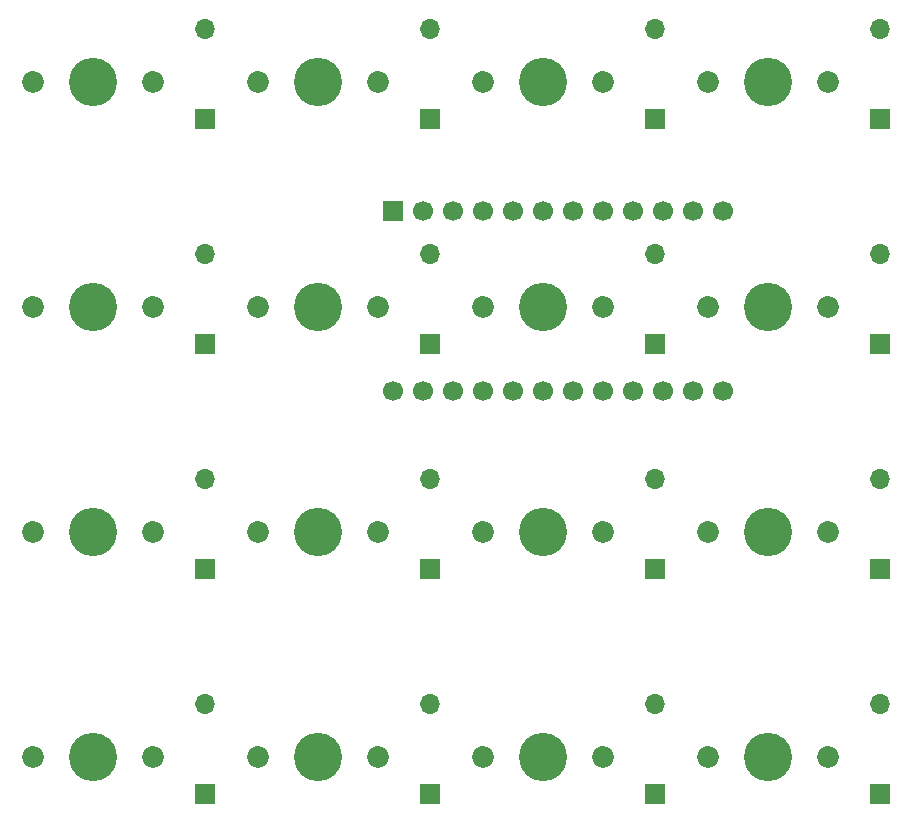
<source format=gbr>
%TF.GenerationSoftware,KiCad,Pcbnew,(5.1.6)-1*%
%TF.CreationDate,2020-05-26T13:33:24-05:00*%
%TF.ProjectId,cerkit16,6365726b-6974-4313-962e-6b696361645f,rev?*%
%TF.SameCoordinates,Original*%
%TF.FileFunction,Soldermask,Top*%
%TF.FilePolarity,Negative*%
%FSLAX46Y46*%
G04 Gerber Fmt 4.6, Leading zero omitted, Abs format (unit mm)*
G04 Created by KiCad (PCBNEW (5.1.6)-1) date 2020-05-26 13:33:24*
%MOMM*%
%LPD*%
G01*
G04 APERTURE LIST*
%ADD10C,1.700000*%
%ADD11R,1.700000X1.700000*%
%ADD12C,4.087800*%
%ADD13C,1.850000*%
%ADD14O,1.700000X1.700000*%
G04 APERTURE END LIST*
D10*
%TO.C,U1*%
X74612500Y-67468750D03*
X77152500Y-67468750D03*
X79692500Y-67468750D03*
X82232500Y-67468750D03*
X84772500Y-67468750D03*
X87312500Y-67468750D03*
X89852500Y-67468750D03*
X92392500Y-67468750D03*
X94932500Y-67468750D03*
X97472500Y-67468750D03*
X100012500Y-67468750D03*
X102552500Y-67468750D03*
X102552500Y-52228750D03*
X100012500Y-52228750D03*
X97472500Y-52228750D03*
X94932500Y-52228750D03*
X92392500Y-52228750D03*
X89852500Y-52228750D03*
X87312500Y-52228750D03*
X84772500Y-52228750D03*
X82232500Y-52228750D03*
X79692500Y-52228750D03*
X77152500Y-52228750D03*
D11*
X74612500Y-52228750D03*
%TD*%
D12*
%TO.C,MX16*%
X106362500Y-98425000D03*
D13*
X101282500Y-98425000D03*
X111442500Y-98425000D03*
%TD*%
D12*
%TO.C,MX15*%
X87312500Y-98425000D03*
D13*
X82232500Y-98425000D03*
X92392500Y-98425000D03*
%TD*%
D12*
%TO.C,MX14*%
X68262500Y-98425000D03*
D13*
X63182500Y-98425000D03*
X73342500Y-98425000D03*
%TD*%
D12*
%TO.C,MX13*%
X49212500Y-98425000D03*
D13*
X44132500Y-98425000D03*
X54292500Y-98425000D03*
%TD*%
D12*
%TO.C,MX12*%
X106362500Y-79375000D03*
D13*
X101282500Y-79375000D03*
X111442500Y-79375000D03*
%TD*%
D12*
%TO.C,MX11*%
X87312500Y-79375000D03*
D13*
X82232500Y-79375000D03*
X92392500Y-79375000D03*
%TD*%
D12*
%TO.C,MX10*%
X68262500Y-79375000D03*
D13*
X63182500Y-79375000D03*
X73342500Y-79375000D03*
%TD*%
D12*
%TO.C,MX9*%
X49212500Y-79375000D03*
D13*
X44132500Y-79375000D03*
X54292500Y-79375000D03*
%TD*%
D12*
%TO.C,MX8*%
X106362500Y-60325000D03*
D13*
X101282500Y-60325000D03*
X111442500Y-60325000D03*
%TD*%
D12*
%TO.C,MX7*%
X87312500Y-60325000D03*
D13*
X82232500Y-60325000D03*
X92392500Y-60325000D03*
%TD*%
D12*
%TO.C,MX6*%
X68262500Y-60325000D03*
D13*
X63182500Y-60325000D03*
X73342500Y-60325000D03*
%TD*%
D12*
%TO.C,MX5*%
X49212500Y-60325000D03*
D13*
X44132500Y-60325000D03*
X54292500Y-60325000D03*
%TD*%
D12*
%TO.C,MX4*%
X106362500Y-41275000D03*
D13*
X101282500Y-41275000D03*
X111442500Y-41275000D03*
%TD*%
D12*
%TO.C,MX3*%
X87312500Y-41275000D03*
D13*
X82232500Y-41275000D03*
X92392500Y-41275000D03*
%TD*%
D12*
%TO.C,MX2*%
X68262500Y-41275000D03*
D13*
X63182500Y-41275000D03*
X73342500Y-41275000D03*
%TD*%
D12*
%TO.C,MX1*%
X49212500Y-41275000D03*
D13*
X44132500Y-41275000D03*
X54292500Y-41275000D03*
%TD*%
D14*
%TO.C,D16*%
X115887500Y-93980000D03*
D11*
X115887500Y-101600000D03*
%TD*%
D14*
%TO.C,D15*%
X96837500Y-93980000D03*
D11*
X96837500Y-101600000D03*
%TD*%
D14*
%TO.C,D14*%
X77787500Y-93980000D03*
D11*
X77787500Y-101600000D03*
%TD*%
D14*
%TO.C,D13*%
X58737500Y-93980000D03*
D11*
X58737500Y-101600000D03*
%TD*%
D14*
%TO.C,D12*%
X115887500Y-74930000D03*
D11*
X115887500Y-82550000D03*
%TD*%
D14*
%TO.C,D11*%
X96837500Y-74930000D03*
D11*
X96837500Y-82550000D03*
%TD*%
D14*
%TO.C,D10*%
X77787500Y-74930000D03*
D11*
X77787500Y-82550000D03*
%TD*%
D14*
%TO.C,D9*%
X58737500Y-74930000D03*
D11*
X58737500Y-82550000D03*
%TD*%
D14*
%TO.C,D8*%
X115887500Y-55880000D03*
D11*
X115887500Y-63500000D03*
%TD*%
D14*
%TO.C,D7*%
X96837500Y-55880000D03*
D11*
X96837500Y-63500000D03*
%TD*%
D14*
%TO.C,D6*%
X77787500Y-55880000D03*
D11*
X77787500Y-63500000D03*
%TD*%
D14*
%TO.C,D5*%
X58737500Y-55880000D03*
D11*
X58737500Y-63500000D03*
%TD*%
D14*
%TO.C,D4*%
X115887500Y-36830000D03*
D11*
X115887500Y-44450000D03*
%TD*%
D14*
%TO.C,D3*%
X96837500Y-36830000D03*
D11*
X96837500Y-44450000D03*
%TD*%
D14*
%TO.C,D2*%
X77787500Y-36830000D03*
D11*
X77787500Y-44450000D03*
%TD*%
D14*
%TO.C,D1*%
X58737500Y-36830000D03*
D11*
X58737500Y-44450000D03*
%TD*%
M02*

</source>
